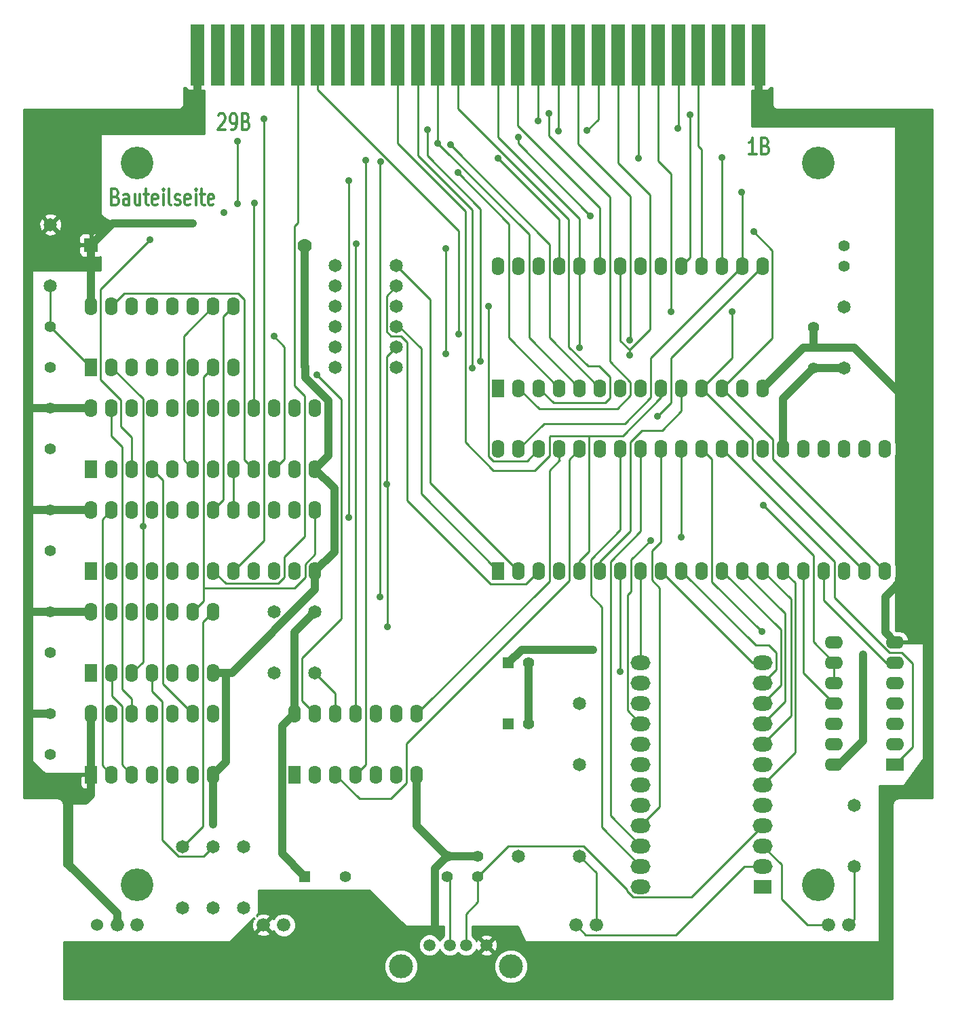
<source format=gtl>
G04 (created by PCBNEW-RS274X (2011-12-28 BZR 3254)-stable) date 23.01.2012 18:01:50*
G01*
G70*
G90*
%MOIN*%
G04 Gerber Fmt 3.4, Leading zero omitted, Abs format*
%FSLAX34Y34*%
G04 APERTURE LIST*
%ADD10C,0.006000*%
%ADD11C,0.012000*%
%ADD12R,0.062000X0.090000*%
%ADD13O,0.062000X0.090000*%
%ADD14R,0.090000X0.062000*%
%ADD15O,0.090000X0.062000*%
%ADD16C,0.055000*%
%ADD17R,0.070000X0.300000*%
%ADD18C,0.066000*%
%ADD19C,0.060000*%
%ADD20C,0.065000*%
%ADD21R,0.055000X0.055000*%
%ADD22C,0.059100*%
%ADD23C,0.118100*%
%ADD24C,0.160000*%
%ADD25C,0.070000*%
%ADD26R,0.070000X0.070000*%
%ADD27R,0.090000X0.070900*%
%ADD28O,0.098400X0.070900*%
%ADD29C,0.035000*%
%ADD30C,0.039400*%
%ADD31C,0.010000*%
G04 APERTURE END LIST*
G54D10*
G54D11*
X41746Y-18875D02*
X41832Y-18913D01*
X41860Y-18951D01*
X41889Y-19027D01*
X41889Y-19141D01*
X41860Y-19218D01*
X41832Y-19256D01*
X41774Y-19294D01*
X41546Y-19294D01*
X41546Y-18494D01*
X41746Y-18494D01*
X41803Y-18532D01*
X41832Y-18570D01*
X41860Y-18646D01*
X41860Y-18722D01*
X41832Y-18799D01*
X41803Y-18837D01*
X41746Y-18875D01*
X41546Y-18875D01*
X42403Y-19294D02*
X42403Y-18875D01*
X42374Y-18799D01*
X42317Y-18760D01*
X42203Y-18760D01*
X42146Y-18799D01*
X42403Y-19256D02*
X42346Y-19294D01*
X42203Y-19294D01*
X42146Y-19256D01*
X42117Y-19180D01*
X42117Y-19103D01*
X42146Y-19027D01*
X42203Y-18989D01*
X42346Y-18989D01*
X42403Y-18951D01*
X42946Y-18760D02*
X42946Y-19294D01*
X42689Y-18760D02*
X42689Y-19180D01*
X42717Y-19256D01*
X42775Y-19294D01*
X42860Y-19294D01*
X42917Y-19256D01*
X42946Y-19218D01*
X43146Y-18760D02*
X43375Y-18760D01*
X43232Y-18494D02*
X43232Y-19180D01*
X43260Y-19256D01*
X43318Y-19294D01*
X43375Y-19294D01*
X43803Y-19256D02*
X43746Y-19294D01*
X43632Y-19294D01*
X43575Y-19256D01*
X43546Y-19180D01*
X43546Y-18875D01*
X43575Y-18799D01*
X43632Y-18760D01*
X43746Y-18760D01*
X43803Y-18799D01*
X43832Y-18875D01*
X43832Y-18951D01*
X43546Y-19027D01*
X44089Y-19294D02*
X44089Y-18760D01*
X44089Y-18494D02*
X44060Y-18532D01*
X44089Y-18570D01*
X44117Y-18532D01*
X44089Y-18494D01*
X44089Y-18570D01*
X44461Y-19294D02*
X44403Y-19256D01*
X44375Y-19180D01*
X44375Y-18494D01*
X44660Y-19256D02*
X44717Y-19294D01*
X44832Y-19294D01*
X44889Y-19256D01*
X44917Y-19180D01*
X44917Y-19141D01*
X44889Y-19065D01*
X44832Y-19027D01*
X44746Y-19027D01*
X44689Y-18989D01*
X44660Y-18913D01*
X44660Y-18875D01*
X44689Y-18799D01*
X44746Y-18760D01*
X44832Y-18760D01*
X44889Y-18799D01*
X45403Y-19256D02*
X45346Y-19294D01*
X45232Y-19294D01*
X45175Y-19256D01*
X45146Y-19180D01*
X45146Y-18875D01*
X45175Y-18799D01*
X45232Y-18760D01*
X45346Y-18760D01*
X45403Y-18799D01*
X45432Y-18875D01*
X45432Y-18951D01*
X45146Y-19027D01*
X45689Y-19294D02*
X45689Y-18760D01*
X45689Y-18494D02*
X45660Y-18532D01*
X45689Y-18570D01*
X45717Y-18532D01*
X45689Y-18494D01*
X45689Y-18570D01*
X45889Y-18760D02*
X46118Y-18760D01*
X45975Y-18494D02*
X45975Y-19180D01*
X46003Y-19256D01*
X46061Y-19294D01*
X46118Y-19294D01*
X46546Y-19256D02*
X46489Y-19294D01*
X46375Y-19294D01*
X46318Y-19256D01*
X46289Y-19180D01*
X46289Y-18875D01*
X46318Y-18799D01*
X46375Y-18760D01*
X46489Y-18760D01*
X46546Y-18799D01*
X46575Y-18875D01*
X46575Y-18951D01*
X46289Y-19027D01*
X73218Y-16794D02*
X72875Y-16794D01*
X73047Y-16794D02*
X73047Y-15994D01*
X72990Y-16108D01*
X72932Y-16184D01*
X72875Y-16222D01*
X73675Y-16375D02*
X73761Y-16413D01*
X73789Y-16451D01*
X73818Y-16527D01*
X73818Y-16641D01*
X73789Y-16718D01*
X73761Y-16756D01*
X73703Y-16794D01*
X73475Y-16794D01*
X73475Y-15994D01*
X73675Y-15994D01*
X73732Y-16032D01*
X73761Y-16070D01*
X73789Y-16146D01*
X73789Y-16222D01*
X73761Y-16299D01*
X73732Y-16337D01*
X73675Y-16375D01*
X73475Y-16375D01*
X46789Y-14870D02*
X46818Y-14832D01*
X46875Y-14794D01*
X47018Y-14794D01*
X47075Y-14832D01*
X47104Y-14870D01*
X47132Y-14946D01*
X47132Y-15022D01*
X47104Y-15137D01*
X46761Y-15594D01*
X47132Y-15594D01*
X47417Y-15594D02*
X47532Y-15594D01*
X47589Y-15556D01*
X47617Y-15518D01*
X47675Y-15403D01*
X47703Y-15251D01*
X47703Y-14946D01*
X47675Y-14870D01*
X47646Y-14832D01*
X47589Y-14794D01*
X47475Y-14794D01*
X47417Y-14832D01*
X47389Y-14870D01*
X47360Y-14946D01*
X47360Y-15137D01*
X47389Y-15213D01*
X47417Y-15251D01*
X47475Y-15289D01*
X47589Y-15289D01*
X47646Y-15251D01*
X47675Y-15213D01*
X47703Y-15137D01*
X48160Y-15175D02*
X48246Y-15213D01*
X48274Y-15251D01*
X48303Y-15327D01*
X48303Y-15441D01*
X48274Y-15518D01*
X48246Y-15556D01*
X48188Y-15594D01*
X47960Y-15594D01*
X47960Y-14794D01*
X48160Y-14794D01*
X48217Y-14832D01*
X48246Y-14870D01*
X48274Y-14946D01*
X48274Y-15022D01*
X48246Y-15099D01*
X48217Y-15137D01*
X48160Y-15175D01*
X47960Y-15175D01*
G54D12*
X60546Y-37239D03*
G54D13*
X61546Y-37239D03*
X62546Y-37239D03*
X63546Y-37239D03*
X64546Y-37239D03*
X65546Y-37239D03*
X66546Y-37239D03*
X67546Y-37239D03*
X68546Y-37239D03*
X69546Y-37239D03*
X70546Y-37239D03*
X71546Y-37239D03*
X72546Y-37239D03*
X73546Y-37239D03*
X74546Y-37239D03*
X75546Y-37239D03*
X76546Y-37239D03*
X77546Y-37239D03*
X78546Y-37239D03*
X79546Y-37239D03*
X79546Y-31239D03*
X78546Y-31239D03*
X77546Y-31239D03*
X76546Y-31239D03*
X75546Y-31239D03*
X74546Y-31239D03*
X73546Y-31239D03*
X72546Y-31239D03*
X71546Y-31239D03*
X70546Y-31239D03*
X69546Y-31239D03*
X68546Y-31239D03*
X67546Y-31239D03*
X66546Y-31239D03*
X65546Y-31239D03*
X64546Y-31239D03*
X63546Y-31239D03*
X62546Y-31239D03*
X61546Y-31239D03*
X60546Y-31239D03*
G54D12*
X60546Y-28270D03*
G54D13*
X61546Y-28270D03*
X62546Y-28270D03*
X63546Y-28270D03*
X64546Y-28270D03*
X65546Y-28270D03*
X66546Y-28270D03*
X67546Y-28270D03*
X68546Y-28270D03*
X69546Y-28270D03*
X70546Y-28270D03*
X71546Y-28270D03*
X72546Y-28270D03*
X73546Y-28270D03*
X73546Y-22270D03*
X72546Y-22270D03*
X71546Y-22270D03*
X70546Y-22270D03*
X69546Y-22270D03*
X68546Y-22270D03*
X67546Y-22270D03*
X66546Y-22270D03*
X65546Y-22270D03*
X64546Y-22270D03*
X63546Y-22270D03*
X62546Y-22270D03*
X61546Y-22270D03*
X60546Y-22270D03*
G54D12*
X40546Y-37239D03*
G54D13*
X41546Y-37239D03*
X42546Y-37239D03*
X43546Y-37239D03*
X44546Y-37239D03*
X45546Y-37239D03*
X46546Y-37239D03*
X47546Y-37239D03*
X48546Y-37239D03*
X49546Y-37239D03*
X50546Y-37239D03*
X51546Y-37239D03*
X51546Y-34239D03*
X50546Y-34239D03*
X49546Y-34239D03*
X48546Y-34239D03*
X47546Y-34239D03*
X46546Y-34239D03*
X45546Y-34239D03*
X44546Y-34239D03*
X43546Y-34239D03*
X42546Y-34239D03*
X41546Y-34239D03*
X40546Y-34239D03*
G54D12*
X40546Y-32239D03*
G54D13*
X41546Y-32239D03*
X42546Y-32239D03*
X43546Y-32239D03*
X44546Y-32239D03*
X45546Y-32239D03*
X46546Y-32239D03*
X47546Y-32239D03*
X48546Y-32239D03*
X49546Y-32239D03*
X50546Y-32239D03*
X51546Y-32239D03*
X51546Y-29239D03*
X50546Y-29239D03*
X49546Y-29239D03*
X48546Y-29239D03*
X47546Y-29239D03*
X46546Y-29239D03*
X45546Y-29239D03*
X44546Y-29239D03*
X43546Y-29239D03*
X42546Y-29239D03*
X41546Y-29239D03*
X40546Y-29239D03*
G54D14*
X80046Y-46739D03*
G54D15*
X80046Y-45739D03*
X80046Y-44739D03*
X80046Y-43739D03*
X80046Y-42739D03*
X80046Y-41739D03*
X80046Y-40739D03*
X77046Y-40739D03*
X77046Y-41739D03*
X77046Y-42739D03*
X77046Y-43739D03*
X77046Y-44739D03*
X77046Y-45739D03*
X77046Y-46739D03*
G54D12*
X40546Y-42239D03*
G54D13*
X41546Y-42239D03*
X42546Y-42239D03*
X43546Y-42239D03*
X44546Y-42239D03*
X45546Y-42239D03*
X46546Y-42239D03*
X46546Y-39239D03*
X45546Y-39239D03*
X44546Y-39239D03*
X43546Y-39239D03*
X42546Y-39239D03*
X41546Y-39239D03*
X40546Y-39239D03*
G54D12*
X40546Y-47239D03*
G54D13*
X41546Y-47239D03*
X42546Y-47239D03*
X43546Y-47239D03*
X44546Y-47239D03*
X45546Y-47239D03*
X46546Y-47239D03*
X46546Y-44239D03*
X45546Y-44239D03*
X44546Y-44239D03*
X43546Y-44239D03*
X42546Y-44239D03*
X41546Y-44239D03*
X40546Y-44239D03*
G54D16*
X38546Y-39239D03*
X38546Y-41239D03*
X38546Y-44239D03*
X38546Y-46239D03*
X38546Y-34239D03*
X38546Y-36239D03*
X38546Y-29239D03*
X38546Y-31239D03*
X38546Y-25239D03*
X38546Y-27239D03*
G54D17*
X45766Y-11909D03*
X46751Y-11909D03*
X47735Y-11909D03*
X48719Y-11909D03*
X49703Y-11909D03*
X50688Y-11909D03*
X51672Y-11909D03*
X52656Y-11909D03*
X53640Y-11909D03*
X54625Y-11909D03*
X55609Y-11909D03*
X56593Y-11909D03*
X57577Y-11909D03*
X58562Y-11909D03*
X59546Y-11909D03*
X60530Y-11909D03*
X61514Y-11909D03*
X62499Y-11909D03*
X63483Y-11909D03*
X64467Y-11909D03*
X65451Y-11909D03*
X66436Y-11909D03*
X67420Y-11909D03*
X68404Y-11909D03*
X69388Y-11909D03*
X70373Y-11909D03*
X71357Y-11909D03*
X72341Y-11909D03*
X73325Y-11909D03*
G54D12*
X40546Y-27239D03*
G54D13*
X41546Y-27239D03*
X42546Y-27239D03*
X43546Y-27239D03*
X44546Y-27239D03*
X45546Y-27239D03*
X46546Y-27239D03*
X47546Y-27239D03*
X47546Y-24239D03*
X46546Y-24239D03*
X45546Y-24239D03*
X44546Y-24239D03*
X43546Y-24239D03*
X42546Y-24239D03*
X41546Y-24239D03*
X40546Y-24239D03*
G54D18*
X65361Y-54625D03*
X64361Y-54625D03*
X77762Y-54625D03*
X76762Y-54625D03*
X42813Y-54625D03*
X41829Y-54625D03*
G54D19*
X40845Y-54625D03*
G54D16*
X59546Y-52239D03*
X59546Y-51239D03*
X58046Y-52239D03*
X58046Y-51239D03*
G54D20*
X52546Y-27239D03*
X55546Y-27239D03*
X52546Y-26239D03*
X55546Y-26239D03*
X52546Y-25239D03*
X55546Y-25239D03*
X52546Y-24239D03*
X55546Y-24239D03*
X52546Y-23239D03*
X55546Y-23239D03*
X52546Y-22239D03*
X55546Y-22239D03*
G54D16*
X77546Y-21270D03*
X77546Y-22270D03*
G54D12*
X50546Y-47239D03*
G54D13*
X51546Y-47239D03*
X52546Y-47239D03*
X53546Y-47239D03*
X54546Y-47239D03*
X55546Y-47239D03*
X56546Y-47239D03*
X56546Y-44239D03*
X55546Y-44239D03*
X54546Y-44239D03*
X53546Y-44239D03*
X52546Y-44239D03*
X51546Y-44239D03*
X50546Y-44239D03*
G54D20*
X77546Y-27270D03*
X77546Y-24270D03*
X51546Y-39239D03*
X51546Y-42239D03*
X49546Y-39239D03*
X49546Y-42239D03*
X38546Y-23239D03*
X38546Y-20239D03*
X78046Y-48739D03*
X78046Y-51739D03*
X64546Y-46739D03*
X64546Y-43739D03*
G54D21*
X51046Y-52239D03*
G54D16*
X53046Y-52239D03*
G54D20*
X61546Y-51239D03*
X64546Y-51239D03*
X46546Y-50770D03*
X46546Y-53770D03*
X45046Y-50770D03*
X45046Y-53770D03*
G54D22*
X59962Y-55609D03*
X58962Y-55609D03*
X58162Y-55609D03*
X57162Y-55609D03*
G54D23*
X61162Y-56659D03*
X55762Y-56659D03*
G54D24*
X76278Y-52656D03*
X42814Y-52656D03*
X76278Y-17223D03*
X42814Y-17223D03*
G54D21*
X61046Y-44739D03*
G54D16*
X62046Y-44739D03*
G54D21*
X61046Y-41739D03*
G54D16*
X62046Y-41739D03*
G54D25*
X51046Y-21270D03*
G54D26*
X40546Y-21239D03*
G54D27*
X73546Y-52739D03*
G54D28*
X73546Y-51739D03*
X73546Y-50739D03*
X73546Y-49739D03*
X73546Y-48739D03*
X73546Y-47739D03*
X73546Y-46739D03*
X73546Y-45739D03*
X73546Y-44739D03*
X73546Y-43739D03*
X73546Y-42739D03*
X73546Y-41739D03*
X67546Y-41739D03*
X67546Y-42739D03*
X67546Y-43739D03*
X67546Y-44739D03*
X67546Y-45739D03*
X67546Y-46739D03*
X67546Y-47739D03*
X67546Y-48739D03*
X67546Y-49739D03*
X67546Y-50739D03*
X67546Y-51739D03*
X67546Y-52739D03*
G54D20*
X48046Y-50770D03*
X48046Y-53770D03*
G54D18*
X50007Y-54624D03*
X49007Y-54624D03*
G54D16*
X76046Y-27270D03*
X76046Y-25270D03*
G54D29*
X45767Y-13729D03*
X78469Y-41345D03*
X65208Y-41102D03*
X45527Y-20195D03*
X58597Y-25616D03*
X64899Y-15631D03*
X47066Y-19644D03*
X49034Y-15050D03*
X57974Y-26583D03*
X57973Y-21404D03*
X66996Y-26654D03*
X54036Y-17094D03*
X54748Y-17157D03*
X54719Y-38525D03*
X65080Y-19813D03*
X61518Y-15953D03*
X63019Y-14775D03*
X62502Y-15138D03*
X63503Y-15643D03*
X43444Y-20995D03*
X59678Y-26964D03*
X57061Y-15582D03*
X59262Y-27298D03*
X58186Y-16330D03*
X57578Y-16246D03*
X58550Y-17688D03*
X60543Y-16993D03*
X53190Y-18079D03*
X53193Y-34622D03*
X64527Y-26275D03*
X67417Y-16990D03*
X72020Y-24517D03*
X55088Y-39982D03*
X55074Y-32999D03*
X73093Y-20598D03*
X69024Y-24528D03*
X68356Y-29639D03*
X69380Y-15513D03*
X72505Y-18638D03*
X71545Y-16939D03*
X60048Y-24240D03*
X69966Y-14846D03*
X69529Y-35590D03*
X66991Y-25928D03*
X48559Y-19180D03*
X47743Y-16146D03*
X47736Y-19224D03*
X73552Y-34003D03*
X49531Y-25731D03*
X43087Y-35055D03*
X68017Y-35760D03*
X73492Y-40220D03*
X51640Y-27610D03*
X79430Y-47961D03*
X73325Y-13690D03*
X79557Y-38504D03*
X46546Y-49670D03*
X51054Y-27219D03*
X66545Y-42197D03*
X53554Y-21180D03*
G54D30*
X77308Y-46739D02*
X78469Y-45578D01*
X40546Y-44239D02*
X40546Y-47239D01*
X77546Y-27270D02*
X76046Y-27270D01*
X38546Y-44239D02*
X37546Y-44239D01*
X50546Y-40239D02*
X50546Y-44239D01*
X51546Y-39239D02*
X50546Y-40239D01*
X78469Y-45578D02*
X78469Y-41345D01*
X39467Y-51672D02*
X41829Y-54034D01*
X74546Y-28770D02*
X76046Y-27270D01*
X45766Y-11909D02*
X45766Y-13728D01*
X45766Y-13728D02*
X45767Y-13729D01*
X50546Y-44239D02*
X49935Y-44850D01*
X49935Y-44850D02*
X49935Y-51128D01*
X49935Y-51128D02*
X51046Y-52239D01*
X77046Y-46739D02*
X77308Y-46739D01*
X41829Y-54034D02*
X41829Y-54625D01*
X39467Y-48522D02*
X39467Y-51672D01*
X40263Y-48522D02*
X39467Y-48522D01*
X40546Y-47239D02*
X40546Y-48239D01*
X40546Y-48239D02*
X40263Y-48522D01*
X74546Y-31239D02*
X74546Y-28770D01*
X38546Y-39239D02*
X37546Y-39239D01*
X41590Y-20195D02*
X45527Y-20195D01*
X40546Y-21239D02*
X41590Y-20195D01*
X61683Y-41102D02*
X65208Y-41102D01*
X61046Y-41739D02*
X61683Y-41102D01*
X40546Y-24239D02*
X40546Y-21239D01*
X40546Y-39239D02*
X38546Y-39239D01*
X40546Y-34239D02*
X38546Y-34239D01*
X40546Y-29239D02*
X38546Y-29239D01*
X38546Y-34239D02*
X37546Y-34239D01*
X38546Y-29239D02*
X37546Y-29239D01*
G54D31*
X58597Y-20542D02*
X58597Y-25616D01*
X51672Y-13617D02*
X58597Y-20542D01*
X51672Y-11909D02*
X51672Y-13617D01*
X65451Y-15079D02*
X64899Y-15631D01*
X65451Y-11909D02*
X65451Y-15079D01*
X49034Y-35751D02*
X49034Y-15050D01*
X47546Y-37239D02*
X49034Y-35751D01*
X57974Y-21404D02*
X57973Y-21404D01*
X57974Y-26583D02*
X57974Y-21404D01*
X66436Y-17225D02*
X66436Y-11909D01*
X68009Y-18798D02*
X66436Y-17225D01*
X68009Y-25380D02*
X68009Y-18798D01*
X67005Y-26384D02*
X68009Y-25380D01*
X66996Y-26384D02*
X67005Y-26384D01*
X66983Y-26384D02*
X66996Y-26384D01*
X66546Y-25947D02*
X66983Y-26384D01*
X66546Y-22270D02*
X66546Y-25947D01*
X66996Y-26384D02*
X66996Y-26654D01*
X54036Y-46749D02*
X54036Y-17094D01*
X53546Y-47239D02*
X54036Y-46749D01*
X67613Y-30358D02*
X68586Y-30358D01*
X68586Y-30358D02*
X69546Y-29398D01*
X69546Y-29398D02*
X69546Y-28270D01*
X54748Y-17157D02*
X54719Y-17186D01*
X54719Y-17186D02*
X54719Y-38525D01*
X65546Y-37239D02*
X65546Y-36781D01*
X65546Y-36781D02*
X67042Y-35285D01*
X67042Y-35285D02*
X67042Y-30929D01*
X67042Y-30929D02*
X67613Y-30358D01*
X62343Y-32306D02*
X63079Y-31570D01*
X63079Y-31570D02*
X63079Y-30637D01*
X58933Y-19579D02*
X58933Y-30928D01*
X60311Y-32306D02*
X62343Y-32306D01*
X58933Y-30928D02*
X60311Y-32306D01*
X63107Y-30609D02*
X65012Y-30609D01*
X65012Y-30609D02*
X66668Y-30609D01*
X66668Y-30609D02*
X68546Y-28731D01*
X68546Y-28731D02*
X68546Y-28270D01*
X55609Y-11909D02*
X55609Y-16255D01*
X65012Y-30609D02*
X65012Y-36298D01*
X65012Y-36298D02*
X64546Y-36764D01*
X64546Y-36764D02*
X64546Y-37239D01*
X63079Y-30637D02*
X63107Y-30609D01*
X55609Y-16255D02*
X58933Y-19579D01*
X61518Y-16251D02*
X61518Y-15953D01*
X65080Y-19813D02*
X61518Y-16251D01*
X61514Y-15371D02*
X61514Y-11909D01*
X65546Y-19403D02*
X61514Y-15371D01*
X65546Y-22270D02*
X65546Y-19403D01*
X67043Y-28623D02*
X66390Y-29276D01*
X66390Y-29276D02*
X62552Y-29276D01*
X62552Y-29276D02*
X61546Y-28270D01*
X63019Y-14775D02*
X63019Y-15883D01*
X67043Y-27973D02*
X67043Y-28623D01*
X66015Y-26945D02*
X67043Y-27973D01*
X63019Y-15883D02*
X66015Y-18879D01*
X66015Y-18879D02*
X66015Y-26945D01*
X62499Y-11909D02*
X62499Y-15135D01*
X62499Y-15135D02*
X62502Y-15138D01*
X63483Y-15623D02*
X63503Y-15643D01*
X41010Y-23429D02*
X43444Y-20995D01*
X41010Y-27843D02*
X41010Y-23429D01*
X63483Y-11909D02*
X63483Y-15623D01*
X42010Y-28843D02*
X41010Y-27843D01*
X42546Y-32239D02*
X42546Y-30695D01*
X42546Y-30695D02*
X42010Y-30159D01*
X42010Y-30159D02*
X42010Y-28843D01*
X59678Y-19482D02*
X59678Y-26964D01*
X57061Y-16865D02*
X59678Y-19482D01*
X57061Y-15582D02*
X57061Y-16865D01*
X59262Y-19518D02*
X59262Y-27298D01*
X56593Y-11909D02*
X56593Y-16849D01*
X56593Y-16849D02*
X59262Y-19518D01*
X63066Y-21210D02*
X58186Y-16330D01*
X63066Y-25790D02*
X63066Y-21210D01*
X65546Y-28270D02*
X63066Y-25790D01*
X57577Y-11909D02*
X57577Y-16245D01*
X62054Y-20722D02*
X57578Y-16246D01*
X62054Y-25778D02*
X62054Y-20722D01*
X64546Y-28270D02*
X62054Y-25778D01*
X57577Y-16245D02*
X57578Y-16246D01*
X63547Y-28271D02*
X63560Y-28271D01*
X63547Y-28271D02*
X63546Y-28270D01*
X63545Y-28271D02*
X63547Y-28271D01*
X63545Y-28270D02*
X63545Y-28271D01*
X63312Y-28037D02*
X63545Y-28270D01*
X61063Y-20201D02*
X58550Y-17688D01*
X61063Y-25787D02*
X61063Y-20201D01*
X63546Y-28270D02*
X61063Y-25787D01*
X58562Y-14534D02*
X58562Y-11909D01*
X64014Y-19986D02*
X58562Y-14534D01*
X64014Y-26247D02*
X64014Y-19986D01*
X64965Y-27198D02*
X64014Y-26247D01*
X65510Y-27198D02*
X64965Y-27198D01*
X66018Y-28765D02*
X66018Y-27706D01*
X66018Y-27706D02*
X65510Y-27198D01*
X65806Y-28977D02*
X66018Y-28765D01*
X63253Y-28977D02*
X65806Y-28977D01*
X62546Y-28270D02*
X63253Y-28977D01*
X53190Y-34619D02*
X53193Y-34622D01*
X53190Y-18079D02*
X53190Y-34619D01*
X63546Y-19996D02*
X60543Y-16993D01*
X63546Y-22270D02*
X63546Y-19996D01*
X60530Y-11909D02*
X60530Y-15943D01*
X64546Y-19959D02*
X64546Y-22270D01*
X60530Y-15943D02*
X64546Y-19959D01*
X64546Y-22270D02*
X64546Y-26256D01*
X64546Y-26256D02*
X64527Y-26275D01*
X70546Y-28270D02*
X73046Y-30770D01*
X73046Y-31739D02*
X78546Y-37239D01*
X73046Y-30770D02*
X73046Y-31739D01*
X72020Y-26796D02*
X72020Y-24517D01*
X70546Y-28270D02*
X72020Y-26796D01*
X67420Y-16987D02*
X67417Y-16990D01*
X67420Y-11909D02*
X67420Y-16987D01*
X74046Y-30770D02*
X74046Y-31739D01*
X74046Y-31739D02*
X79546Y-37239D01*
X55546Y-26239D02*
X55058Y-26727D01*
X71546Y-28270D02*
X74046Y-30770D01*
X55058Y-32983D02*
X55074Y-32999D01*
X74010Y-25806D02*
X74010Y-21515D01*
X55088Y-39982D02*
X55088Y-33013D01*
X74010Y-21515D02*
X73093Y-20598D01*
X55088Y-33013D02*
X55074Y-32999D01*
X71546Y-28270D02*
X74010Y-25806D01*
X55058Y-26727D02*
X55058Y-32983D01*
X69024Y-17739D02*
X69024Y-24528D01*
X55668Y-25239D02*
X55546Y-25239D01*
X56754Y-26325D02*
X55668Y-25239D01*
X56754Y-33447D02*
X56754Y-26325D01*
X60546Y-37239D02*
X56754Y-33447D01*
X68404Y-11909D02*
X68404Y-17119D01*
X68404Y-17119D02*
X69024Y-17739D01*
X69025Y-26791D02*
X69025Y-28970D01*
X73546Y-22270D02*
X69025Y-26791D01*
X69025Y-28970D02*
X68356Y-29639D01*
X61546Y-31239D02*
X62784Y-30001D01*
X69388Y-15505D02*
X69380Y-15513D01*
X69388Y-11909D02*
X69388Y-15505D01*
X68046Y-28730D02*
X68046Y-26770D01*
X66775Y-30001D02*
X68046Y-28730D01*
X62784Y-30001D02*
X66775Y-30001D01*
X72546Y-18679D02*
X72505Y-18638D01*
X72546Y-22270D02*
X72546Y-18679D01*
X68046Y-26770D02*
X72546Y-22270D01*
X60048Y-31607D02*
X60048Y-24240D01*
X62546Y-31239D02*
X61949Y-31836D01*
X71546Y-22270D02*
X71546Y-16940D01*
X71546Y-16940D02*
X71545Y-16939D01*
X60285Y-31844D02*
X60048Y-31607D01*
X61934Y-31836D02*
X61926Y-31844D01*
X61926Y-31844D02*
X60285Y-31844D01*
X61949Y-31836D02*
X61934Y-31836D01*
X70373Y-16383D02*
X70373Y-11909D01*
X55051Y-23734D02*
X55546Y-23239D01*
X55273Y-25717D02*
X55051Y-25495D01*
X55767Y-25717D02*
X55273Y-25717D01*
X56064Y-26014D02*
X55767Y-25717D01*
X56064Y-33776D02*
X56064Y-26014D01*
X60178Y-37890D02*
X56064Y-33776D01*
X61895Y-37890D02*
X60178Y-37890D01*
X62546Y-37239D02*
X61895Y-37890D01*
X70546Y-16556D02*
X70373Y-16383D01*
X70546Y-22270D02*
X70546Y-16556D01*
X70373Y-16383D02*
X70367Y-16383D01*
X55051Y-25495D02*
X55051Y-23734D01*
X55546Y-22239D02*
X57209Y-23902D01*
X69966Y-21850D02*
X69966Y-14846D01*
X69546Y-22270D02*
X69966Y-21850D01*
X57209Y-32902D02*
X61546Y-37239D01*
X57209Y-23902D02*
X57209Y-32902D01*
X68546Y-35802D02*
X68546Y-31239D01*
X68082Y-36266D02*
X68546Y-35802D01*
X68082Y-37683D02*
X68082Y-36266D01*
X68476Y-38077D02*
X68082Y-37683D01*
X68476Y-48809D02*
X68476Y-38077D01*
X67546Y-49739D02*
X68476Y-48809D01*
X69546Y-31239D02*
X69546Y-35573D01*
X69546Y-35573D02*
X69529Y-35590D01*
X67017Y-25902D02*
X66991Y-25928D01*
X67017Y-18839D02*
X67017Y-25902D01*
X64467Y-16289D02*
X67017Y-18839D01*
X64467Y-11909D02*
X64467Y-16289D01*
X48546Y-19193D02*
X48559Y-19180D01*
X48546Y-29239D02*
X48546Y-19193D01*
X41083Y-34702D02*
X41546Y-34239D01*
X41546Y-47239D02*
X41083Y-46776D01*
X41083Y-46776D02*
X41083Y-34702D01*
X53729Y-48422D02*
X52546Y-47239D01*
X55254Y-48422D02*
X53729Y-48422D01*
X56018Y-47658D02*
X55254Y-48422D01*
X56018Y-45715D02*
X56018Y-47658D01*
X64018Y-37715D02*
X56018Y-45715D01*
X64018Y-31767D02*
X64018Y-37715D01*
X64546Y-31239D02*
X64018Y-31767D01*
X63546Y-31814D02*
X63546Y-31239D01*
X63546Y-31814D02*
X63549Y-31814D01*
X63051Y-32309D02*
X63546Y-31814D01*
X56546Y-44239D02*
X63051Y-37734D01*
X63051Y-37734D02*
X63051Y-32309D01*
X47155Y-37848D02*
X46546Y-37239D01*
X49731Y-37848D02*
X47155Y-37848D01*
X50025Y-37554D02*
X49731Y-37848D01*
X50025Y-36556D02*
X50025Y-37554D01*
X51046Y-35535D02*
X50025Y-36556D01*
X51046Y-28662D02*
X51046Y-35535D01*
X50537Y-28153D02*
X51046Y-28662D01*
X50537Y-20306D02*
X50537Y-28153D01*
X50688Y-20155D02*
X50537Y-20306D01*
X50688Y-11909D02*
X50688Y-20155D01*
X47736Y-16153D02*
X47743Y-16146D01*
X47736Y-19224D02*
X47736Y-16153D01*
X47546Y-32239D02*
X47546Y-34239D01*
X47046Y-33739D02*
X46546Y-34239D01*
X47046Y-24739D02*
X47046Y-33739D01*
X47546Y-24239D02*
X47046Y-24739D01*
X41546Y-30620D02*
X41546Y-29239D01*
X42071Y-31145D02*
X41546Y-30620D01*
X42071Y-43041D02*
X42071Y-31145D01*
X42546Y-43516D02*
X42071Y-43041D01*
X42546Y-44239D02*
X42546Y-43516D01*
X66546Y-35224D02*
X66546Y-31239D01*
X65083Y-36687D02*
X66546Y-35224D01*
X65083Y-38453D02*
X65083Y-36687D01*
X65631Y-39001D02*
X65083Y-38453D01*
X65631Y-49824D02*
X65631Y-39001D01*
X67546Y-51739D02*
X65631Y-49824D01*
X80903Y-45882D02*
X80046Y-46739D01*
X80903Y-41797D02*
X80903Y-45882D01*
X79777Y-41266D02*
X80372Y-41266D01*
X77074Y-38563D02*
X79777Y-41266D01*
X77074Y-36767D02*
X77074Y-38563D01*
X71546Y-31239D02*
X77074Y-36767D01*
X80372Y-41266D02*
X80903Y-41797D01*
X77046Y-42739D02*
X77046Y-41739D01*
X76018Y-40711D02*
X76018Y-36469D01*
X77046Y-41739D02*
X76018Y-40711D01*
X76018Y-36469D02*
X73552Y-34003D01*
X67546Y-35297D02*
X67546Y-31239D01*
X66073Y-36770D02*
X67546Y-35297D01*
X66073Y-49266D02*
X66073Y-36770D01*
X67546Y-50739D02*
X66073Y-49266D01*
X45082Y-25703D02*
X46546Y-24239D01*
X45082Y-31775D02*
X45082Y-25703D01*
X45546Y-32239D02*
X45082Y-31775D01*
X50046Y-26246D02*
X49531Y-25731D01*
X50046Y-31739D02*
X50046Y-26246D01*
X49546Y-32239D02*
X50046Y-31739D01*
X48078Y-23929D02*
X47758Y-23609D01*
X48078Y-31771D02*
X48078Y-23929D01*
X47758Y-23609D02*
X42176Y-23609D01*
X48546Y-32239D02*
X48078Y-31771D01*
X42176Y-23609D02*
X41546Y-24239D01*
X46081Y-38704D02*
X46081Y-38071D01*
X45546Y-39239D02*
X46081Y-38704D01*
X46081Y-27704D02*
X46546Y-27239D01*
X46081Y-38071D02*
X46081Y-27704D01*
X50545Y-38071D02*
X46081Y-38071D01*
X51054Y-37562D02*
X50545Y-38071D01*
X51054Y-36905D02*
X51054Y-37562D01*
X51546Y-36413D02*
X51054Y-36905D01*
X51546Y-34239D02*
X51546Y-36413D01*
X43083Y-28776D02*
X41546Y-27239D01*
X43083Y-35055D02*
X43083Y-28776D01*
X42546Y-42239D02*
X43083Y-41702D01*
X43083Y-41702D02*
X43083Y-35055D01*
X43083Y-35055D02*
X43087Y-35055D01*
X67080Y-36697D02*
X68017Y-35760D01*
X67546Y-44739D02*
X66900Y-44093D01*
X66900Y-44093D02*
X66900Y-38431D01*
X66900Y-38431D02*
X67080Y-38251D01*
X67080Y-38251D02*
X67080Y-36697D01*
X71046Y-31739D02*
X70546Y-31239D01*
X71046Y-37774D02*
X71046Y-31739D01*
X73492Y-40220D02*
X71046Y-37774D01*
X52833Y-39578D02*
X52833Y-28803D01*
X52833Y-28803D02*
X51640Y-27610D01*
X50908Y-41503D02*
X52833Y-39578D01*
X50908Y-43601D02*
X50908Y-41503D01*
X51546Y-44239D02*
X50908Y-43601D01*
G54D30*
X76046Y-25270D02*
X76046Y-26270D01*
X47469Y-42239D02*
X47160Y-42239D01*
X46546Y-47239D02*
X46546Y-49670D01*
X51546Y-32239D02*
X52483Y-33176D01*
X73325Y-13690D02*
X73325Y-11909D01*
X57438Y-54918D02*
X57438Y-51847D01*
X56546Y-49739D02*
X56546Y-47239D01*
X58046Y-51239D02*
X56546Y-49739D01*
X58046Y-51239D02*
X59546Y-51239D01*
X52483Y-36302D02*
X51546Y-37239D01*
X52483Y-33176D02*
X52483Y-36302D01*
X62046Y-44739D02*
X62046Y-41739D01*
X57438Y-51847D02*
X58046Y-51239D01*
X51546Y-38162D02*
X47469Y-42239D01*
X51546Y-37239D02*
X51546Y-38162D01*
X47160Y-42239D02*
X46546Y-42239D01*
X47160Y-42239D02*
X47160Y-42242D01*
X47160Y-42242D02*
X47152Y-42242D01*
X51054Y-27741D02*
X51054Y-27219D01*
X79557Y-40250D02*
X79557Y-38504D01*
X80046Y-40739D02*
X79557Y-40250D01*
X47160Y-46625D02*
X46546Y-47239D01*
X47160Y-42242D02*
X47160Y-46625D01*
X80546Y-28769D02*
X80546Y-37515D01*
X51046Y-21270D02*
X51046Y-27211D01*
X73546Y-28270D02*
X75546Y-26270D01*
X75546Y-26270D02*
X76046Y-26270D01*
X52192Y-28879D02*
X51054Y-27741D01*
X52192Y-31593D02*
X52192Y-28879D01*
X51546Y-32239D02*
X52192Y-31593D01*
X80546Y-37515D02*
X79557Y-38504D01*
X51046Y-27211D02*
X51054Y-27219D01*
X76046Y-26270D02*
X78047Y-26270D01*
X78047Y-26270D02*
X80546Y-28769D01*
G54D31*
X76546Y-38678D02*
X76546Y-37239D01*
X79607Y-41739D02*
X76546Y-38678D01*
X80046Y-41739D02*
X79607Y-41739D01*
X75546Y-42239D02*
X75546Y-37239D01*
X77046Y-43739D02*
X75546Y-42239D01*
X74435Y-42850D02*
X73546Y-43739D01*
X74435Y-40128D02*
X74435Y-42850D01*
X71546Y-37239D02*
X74435Y-40128D01*
X74638Y-43647D02*
X73546Y-44739D01*
X74638Y-39331D02*
X74638Y-43647D01*
X72546Y-37239D02*
X74638Y-39331D01*
X74931Y-44354D02*
X73546Y-45739D01*
X74931Y-38624D02*
X74931Y-44354D01*
X73546Y-37239D02*
X74931Y-38624D01*
X75134Y-46151D02*
X73546Y-47739D01*
X75134Y-37827D02*
X75134Y-46151D01*
X74546Y-37239D02*
X75134Y-37827D01*
X46026Y-49790D02*
X45046Y-50770D01*
X46026Y-39759D02*
X46026Y-49790D01*
X46546Y-39239D02*
X46026Y-39759D01*
X43546Y-43166D02*
X43546Y-42239D01*
X44034Y-43654D02*
X43546Y-43166D01*
X44034Y-50451D02*
X44034Y-43654D01*
X44831Y-51248D02*
X44034Y-50451D01*
X46068Y-51248D02*
X44831Y-51248D01*
X46546Y-50770D02*
X46068Y-51248D01*
X73200Y-40893D02*
X69546Y-37239D01*
X74203Y-41257D02*
X73839Y-40893D01*
X73546Y-42739D02*
X74203Y-42082D01*
X74203Y-42082D02*
X74203Y-41257D01*
X73839Y-40893D02*
X73200Y-40893D01*
X67546Y-41739D02*
X67546Y-37239D01*
X66546Y-42196D02*
X66545Y-42197D01*
X66546Y-37239D02*
X66546Y-42196D01*
X41554Y-43375D02*
X41554Y-42247D01*
X42072Y-43893D02*
X41554Y-43375D01*
X41554Y-42247D02*
X41546Y-42239D01*
X42072Y-46765D02*
X42072Y-43893D01*
X42546Y-47239D02*
X42072Y-46765D01*
X44080Y-32773D02*
X43546Y-32239D01*
X44080Y-42773D02*
X44080Y-32773D01*
X45546Y-44239D02*
X44080Y-42773D01*
X73046Y-41739D02*
X68546Y-37239D01*
X73546Y-41739D02*
X73046Y-41739D01*
X74472Y-51665D02*
X73546Y-50739D01*
X74472Y-53359D02*
X74472Y-51665D01*
X75738Y-54625D02*
X74472Y-53359D01*
X76762Y-54625D02*
X75738Y-54625D01*
X65361Y-52054D02*
X65361Y-54625D01*
X64546Y-51239D02*
X65361Y-52054D01*
X78046Y-54341D02*
X77762Y-54625D01*
X78046Y-51739D02*
X78046Y-54341D01*
X72621Y-51739D02*
X73546Y-51739D01*
X69250Y-55110D02*
X72621Y-51739D01*
X64846Y-55110D02*
X69250Y-55110D01*
X64361Y-54625D02*
X64846Y-55110D01*
X58162Y-55609D02*
X58162Y-52355D01*
X58162Y-52355D02*
X58046Y-52239D01*
X59546Y-53489D02*
X59546Y-52239D01*
X58962Y-54073D02*
X59546Y-53489D01*
X58962Y-55609D02*
X58962Y-54073D01*
X61024Y-50761D02*
X59546Y-52239D01*
X64744Y-50761D02*
X61024Y-50761D01*
X66875Y-52892D02*
X64744Y-50761D01*
X66875Y-52947D02*
X66875Y-52892D01*
X67177Y-53249D02*
X66875Y-52947D01*
X70036Y-53249D02*
X67177Y-53249D01*
X73546Y-49739D02*
X70036Y-53249D01*
X53546Y-21188D02*
X53554Y-21180D01*
X53546Y-44239D02*
X53546Y-21188D01*
X51546Y-42239D02*
X52546Y-43239D01*
X52546Y-43239D02*
X52546Y-44239D01*
X40546Y-27239D02*
X38546Y-25239D01*
X38546Y-23239D02*
X38546Y-25239D01*
G54D10*
G36*
X81859Y-48394D02*
X80215Y-48394D01*
X80091Y-48419D01*
X79985Y-48489D01*
X79915Y-48595D01*
X79890Y-48719D01*
X79890Y-58236D01*
X62002Y-58236D01*
X62002Y-56827D01*
X62002Y-56493D01*
X61875Y-56184D01*
X61639Y-55948D01*
X61330Y-55819D01*
X60996Y-55819D01*
X60687Y-55946D01*
X60502Y-56131D01*
X60502Y-55687D01*
X60490Y-55475D01*
X60430Y-55330D01*
X60337Y-55305D01*
X60266Y-55376D01*
X60266Y-55234D01*
X60241Y-55141D01*
X60040Y-55069D01*
X59828Y-55081D01*
X59683Y-55141D01*
X59658Y-55234D01*
X59962Y-55538D01*
X60266Y-55234D01*
X60266Y-55376D01*
X60033Y-55609D01*
X60337Y-55913D01*
X60430Y-55888D01*
X60502Y-55687D01*
X60502Y-56131D01*
X60451Y-56182D01*
X60322Y-56491D01*
X60322Y-56825D01*
X60449Y-57134D01*
X60685Y-57370D01*
X60994Y-57499D01*
X61328Y-57499D01*
X61637Y-57372D01*
X61873Y-57136D01*
X62002Y-56827D01*
X62002Y-58236D01*
X60266Y-58236D01*
X60266Y-55984D01*
X59962Y-55680D01*
X59658Y-55984D01*
X59683Y-56077D01*
X59884Y-56149D01*
X60096Y-56137D01*
X60241Y-56077D01*
X60266Y-55984D01*
X60266Y-58236D01*
X56602Y-58236D01*
X56602Y-56827D01*
X56602Y-56493D01*
X56475Y-56184D01*
X56239Y-55948D01*
X55930Y-55819D01*
X55596Y-55819D01*
X55287Y-55946D01*
X55051Y-56182D01*
X54922Y-56491D01*
X54922Y-56825D01*
X55049Y-57134D01*
X55285Y-57370D01*
X55594Y-57499D01*
X55928Y-57499D01*
X56237Y-57372D01*
X56473Y-57136D01*
X56602Y-56827D01*
X56602Y-58236D01*
X50587Y-58236D01*
X50587Y-54740D01*
X50587Y-54509D01*
X50499Y-54296D01*
X50336Y-54133D01*
X50123Y-54044D01*
X49892Y-54044D01*
X49679Y-54132D01*
X49516Y-54295D01*
X49503Y-54326D01*
X49407Y-54295D01*
X49336Y-54366D01*
X49078Y-54624D01*
X49407Y-54953D01*
X49502Y-54922D01*
X49503Y-54922D01*
X49515Y-54952D01*
X49678Y-55115D01*
X49891Y-55204D01*
X50122Y-55204D01*
X50335Y-55116D01*
X50498Y-54953D01*
X50587Y-54740D01*
X50587Y-58236D01*
X49336Y-58236D01*
X49336Y-55024D01*
X49007Y-54695D01*
X48936Y-54766D01*
X48678Y-55024D01*
X48709Y-55120D01*
X48921Y-55197D01*
X49146Y-55186D01*
X49305Y-55120D01*
X49336Y-55024D01*
X49336Y-58236D01*
X39202Y-58236D01*
X39202Y-55462D01*
X47362Y-55462D01*
X48532Y-54291D01*
X48553Y-54312D01*
X48511Y-54326D01*
X48434Y-54538D01*
X48445Y-54763D01*
X48511Y-54922D01*
X48607Y-54953D01*
X48901Y-54659D01*
X48936Y-54624D01*
X49007Y-54553D01*
X49042Y-54518D01*
X49336Y-54224D01*
X49305Y-54128D01*
X49093Y-54051D01*
X48868Y-54062D01*
X48709Y-54128D01*
X48695Y-54170D01*
X48674Y-54149D01*
X48769Y-54055D01*
X48769Y-52903D01*
X54210Y-52903D01*
X55982Y-54675D01*
X57862Y-54675D01*
X57862Y-55144D01*
X57854Y-55148D01*
X57701Y-55301D01*
X57662Y-55394D01*
X57623Y-55301D01*
X57470Y-55148D01*
X57270Y-55065D01*
X57054Y-55065D01*
X56854Y-55148D01*
X56701Y-55301D01*
X56618Y-55501D01*
X56618Y-55717D01*
X56701Y-55917D01*
X56854Y-56070D01*
X57054Y-56153D01*
X57270Y-56153D01*
X57470Y-56070D01*
X57623Y-55917D01*
X57662Y-55823D01*
X57701Y-55917D01*
X57854Y-56070D01*
X58054Y-56153D01*
X58270Y-56153D01*
X58470Y-56070D01*
X58562Y-55978D01*
X58654Y-56070D01*
X58854Y-56153D01*
X59070Y-56153D01*
X59270Y-56070D01*
X59423Y-55917D01*
X59464Y-55816D01*
X59494Y-55888D01*
X59587Y-55913D01*
X59891Y-55609D01*
X59587Y-55305D01*
X59494Y-55330D01*
X59466Y-55406D01*
X59423Y-55301D01*
X59270Y-55148D01*
X59262Y-55144D01*
X59262Y-54675D01*
X61483Y-54675D01*
X61876Y-55462D01*
X79281Y-55462D01*
X79281Y-47785D01*
X80472Y-47785D01*
X81446Y-46446D01*
X81446Y-40795D01*
X80728Y-40795D01*
X80684Y-40795D01*
X80681Y-40789D01*
X80146Y-40789D01*
X80096Y-40789D01*
X80068Y-40789D01*
X80068Y-40689D01*
X80096Y-40689D01*
X80146Y-40689D01*
X80681Y-40689D01*
X80728Y-40602D01*
X80711Y-40543D01*
X80596Y-40357D01*
X80419Y-40229D01*
X80206Y-40179D01*
X80146Y-40179D01*
X80096Y-40179D01*
X80068Y-40179D01*
X80068Y-37565D01*
X80095Y-37501D01*
X80095Y-37283D01*
X80095Y-36977D01*
X80068Y-36912D01*
X80068Y-31565D01*
X80095Y-31501D01*
X80095Y-31283D01*
X80095Y-30977D01*
X80068Y-30912D01*
X80068Y-15401D01*
X72982Y-15401D01*
X72982Y-13658D01*
X73213Y-13659D01*
X73275Y-13597D01*
X73275Y-13533D01*
X73375Y-13533D01*
X73375Y-13597D01*
X73437Y-13659D01*
X73724Y-13658D01*
X73816Y-13620D01*
X73886Y-13550D01*
X73893Y-13533D01*
X73985Y-13533D01*
X73985Y-14270D01*
X74010Y-14394D01*
X74080Y-14500D01*
X74186Y-14570D01*
X74310Y-14595D01*
X81859Y-14595D01*
X81859Y-16239D01*
X81859Y-48394D01*
X81859Y-48394D01*
G37*
G54D31*
X81859Y-48394D02*
X80215Y-48394D01*
X80091Y-48419D01*
X79985Y-48489D01*
X79915Y-48595D01*
X79890Y-48719D01*
X79890Y-58236D01*
X62002Y-58236D01*
X62002Y-56827D01*
X62002Y-56493D01*
X61875Y-56184D01*
X61639Y-55948D01*
X61330Y-55819D01*
X60996Y-55819D01*
X60687Y-55946D01*
X60502Y-56131D01*
X60502Y-55687D01*
X60490Y-55475D01*
X60430Y-55330D01*
X60337Y-55305D01*
X60266Y-55376D01*
X60266Y-55234D01*
X60241Y-55141D01*
X60040Y-55069D01*
X59828Y-55081D01*
X59683Y-55141D01*
X59658Y-55234D01*
X59962Y-55538D01*
X60266Y-55234D01*
X60266Y-55376D01*
X60033Y-55609D01*
X60337Y-55913D01*
X60430Y-55888D01*
X60502Y-55687D01*
X60502Y-56131D01*
X60451Y-56182D01*
X60322Y-56491D01*
X60322Y-56825D01*
X60449Y-57134D01*
X60685Y-57370D01*
X60994Y-57499D01*
X61328Y-57499D01*
X61637Y-57372D01*
X61873Y-57136D01*
X62002Y-56827D01*
X62002Y-58236D01*
X60266Y-58236D01*
X60266Y-55984D01*
X59962Y-55680D01*
X59658Y-55984D01*
X59683Y-56077D01*
X59884Y-56149D01*
X60096Y-56137D01*
X60241Y-56077D01*
X60266Y-55984D01*
X60266Y-58236D01*
X56602Y-58236D01*
X56602Y-56827D01*
X56602Y-56493D01*
X56475Y-56184D01*
X56239Y-55948D01*
X55930Y-55819D01*
X55596Y-55819D01*
X55287Y-55946D01*
X55051Y-56182D01*
X54922Y-56491D01*
X54922Y-56825D01*
X55049Y-57134D01*
X55285Y-57370D01*
X55594Y-57499D01*
X55928Y-57499D01*
X56237Y-57372D01*
X56473Y-57136D01*
X56602Y-56827D01*
X56602Y-58236D01*
X50587Y-58236D01*
X50587Y-54740D01*
X50587Y-54509D01*
X50499Y-54296D01*
X50336Y-54133D01*
X50123Y-54044D01*
X49892Y-54044D01*
X49679Y-54132D01*
X49516Y-54295D01*
X49503Y-54326D01*
X49407Y-54295D01*
X49336Y-54366D01*
X49078Y-54624D01*
X49407Y-54953D01*
X49502Y-54922D01*
X49503Y-54922D01*
X49515Y-54952D01*
X49678Y-55115D01*
X49891Y-55204D01*
X50122Y-55204D01*
X50335Y-55116D01*
X50498Y-54953D01*
X50587Y-54740D01*
X50587Y-58236D01*
X49336Y-58236D01*
X49336Y-55024D01*
X49007Y-54695D01*
X48936Y-54766D01*
X48678Y-55024D01*
X48709Y-55120D01*
X48921Y-55197D01*
X49146Y-55186D01*
X49305Y-55120D01*
X49336Y-55024D01*
X49336Y-58236D01*
X39202Y-58236D01*
X39202Y-55462D01*
X47362Y-55462D01*
X48532Y-54291D01*
X48553Y-54312D01*
X48511Y-54326D01*
X48434Y-54538D01*
X48445Y-54763D01*
X48511Y-54922D01*
X48607Y-54953D01*
X48901Y-54659D01*
X48936Y-54624D01*
X49007Y-54553D01*
X49042Y-54518D01*
X49336Y-54224D01*
X49305Y-54128D01*
X49093Y-54051D01*
X48868Y-54062D01*
X48709Y-54128D01*
X48695Y-54170D01*
X48674Y-54149D01*
X48769Y-54055D01*
X48769Y-52903D01*
X54210Y-52903D01*
X55982Y-54675D01*
X57862Y-54675D01*
X57862Y-55144D01*
X57854Y-55148D01*
X57701Y-55301D01*
X57662Y-55394D01*
X57623Y-55301D01*
X57470Y-55148D01*
X57270Y-55065D01*
X57054Y-55065D01*
X56854Y-55148D01*
X56701Y-55301D01*
X56618Y-55501D01*
X56618Y-55717D01*
X56701Y-55917D01*
X56854Y-56070D01*
X57054Y-56153D01*
X57270Y-56153D01*
X57470Y-56070D01*
X57623Y-55917D01*
X57662Y-55823D01*
X57701Y-55917D01*
X57854Y-56070D01*
X58054Y-56153D01*
X58270Y-56153D01*
X58470Y-56070D01*
X58562Y-55978D01*
X58654Y-56070D01*
X58854Y-56153D01*
X59070Y-56153D01*
X59270Y-56070D01*
X59423Y-55917D01*
X59464Y-55816D01*
X59494Y-55888D01*
X59587Y-55913D01*
X59891Y-55609D01*
X59587Y-55305D01*
X59494Y-55330D01*
X59466Y-55406D01*
X59423Y-55301D01*
X59270Y-55148D01*
X59262Y-55144D01*
X59262Y-54675D01*
X61483Y-54675D01*
X61876Y-55462D01*
X79281Y-55462D01*
X79281Y-47785D01*
X80472Y-47785D01*
X81446Y-46446D01*
X81446Y-40795D01*
X80728Y-40795D01*
X80684Y-40795D01*
X80681Y-40789D01*
X80146Y-40789D01*
X80096Y-40789D01*
X80068Y-40789D01*
X80068Y-40689D01*
X80096Y-40689D01*
X80146Y-40689D01*
X80681Y-40689D01*
X80728Y-40602D01*
X80711Y-40543D01*
X80596Y-40357D01*
X80419Y-40229D01*
X80206Y-40179D01*
X80146Y-40179D01*
X80096Y-40179D01*
X80068Y-40179D01*
X80068Y-37565D01*
X80095Y-37501D01*
X80095Y-37283D01*
X80095Y-36977D01*
X80068Y-36912D01*
X80068Y-31565D01*
X80095Y-31501D01*
X80095Y-31283D01*
X80095Y-30977D01*
X80068Y-30912D01*
X80068Y-15401D01*
X72982Y-15401D01*
X72982Y-13658D01*
X73213Y-13659D01*
X73275Y-13597D01*
X73275Y-13533D01*
X73375Y-13533D01*
X73375Y-13597D01*
X73437Y-13659D01*
X73724Y-13658D01*
X73816Y-13620D01*
X73886Y-13550D01*
X73893Y-13533D01*
X73985Y-13533D01*
X73985Y-14270D01*
X74010Y-14394D01*
X74080Y-14500D01*
X74186Y-14570D01*
X74310Y-14595D01*
X81859Y-14595D01*
X81859Y-16239D01*
X81859Y-48394D01*
G54D10*
G36*
X46110Y-15795D02*
X40992Y-15795D01*
X40992Y-19761D01*
X41093Y-19828D01*
X41093Y-19840D01*
X41110Y-19840D01*
X41468Y-20078D01*
X40992Y-20553D01*
X40992Y-20659D01*
X40945Y-20640D01*
X40658Y-20639D01*
X40596Y-20701D01*
X40596Y-21139D01*
X40596Y-21189D01*
X40596Y-21289D01*
X40596Y-21339D01*
X40596Y-21777D01*
X40658Y-21839D01*
X40945Y-21838D01*
X40992Y-21818D01*
X40992Y-22488D01*
X40496Y-22488D01*
X40496Y-21777D01*
X40496Y-21289D01*
X40496Y-21189D01*
X40496Y-20701D01*
X40434Y-20639D01*
X40147Y-20640D01*
X40055Y-20678D01*
X39985Y-20748D01*
X39947Y-20839D01*
X39947Y-20938D01*
X39946Y-21127D01*
X40008Y-21189D01*
X40496Y-21189D01*
X40496Y-21289D01*
X40008Y-21289D01*
X39946Y-21351D01*
X39947Y-21540D01*
X39947Y-21639D01*
X39985Y-21730D01*
X40055Y-21800D01*
X40147Y-21838D01*
X40434Y-21839D01*
X40496Y-21777D01*
X40496Y-22488D01*
X39114Y-22488D01*
X39114Y-20323D01*
X39102Y-20100D01*
X39038Y-19943D01*
X38942Y-19914D01*
X38871Y-19985D01*
X38871Y-19843D01*
X38842Y-19747D01*
X38630Y-19671D01*
X38407Y-19683D01*
X38250Y-19747D01*
X38221Y-19843D01*
X38546Y-20168D01*
X38871Y-19843D01*
X38871Y-19985D01*
X38617Y-20239D01*
X38942Y-20564D01*
X39038Y-20535D01*
X39114Y-20323D01*
X39114Y-22488D01*
X38871Y-22488D01*
X38871Y-20635D01*
X38546Y-20310D01*
X38475Y-20381D01*
X38475Y-20239D01*
X38150Y-19914D01*
X38054Y-19943D01*
X37978Y-20155D01*
X37990Y-20378D01*
X38054Y-20535D01*
X38150Y-20564D01*
X38475Y-20239D01*
X38475Y-20381D01*
X38221Y-20635D01*
X38250Y-20731D01*
X38462Y-20807D01*
X38685Y-20795D01*
X38842Y-20731D01*
X38871Y-20635D01*
X38871Y-22488D01*
X37646Y-22488D01*
X37645Y-46604D01*
X37675Y-46604D01*
X38265Y-47195D01*
X40596Y-47195D01*
X40596Y-47289D01*
X40596Y-47339D01*
X40596Y-47877D01*
X40598Y-47879D01*
X40598Y-48108D01*
X40496Y-48210D01*
X40496Y-47877D01*
X40496Y-47289D01*
X40048Y-47289D01*
X39986Y-47351D01*
X39987Y-47640D01*
X39987Y-47739D01*
X40025Y-47830D01*
X40095Y-47900D01*
X40187Y-47938D01*
X40434Y-47939D01*
X40496Y-47877D01*
X40496Y-48210D01*
X40236Y-48471D01*
X39417Y-48416D01*
X39417Y-51693D01*
X40800Y-53076D01*
X39202Y-51690D01*
X39202Y-48719D01*
X39177Y-48595D01*
X39107Y-48489D01*
X39001Y-48419D01*
X38877Y-48394D01*
X37233Y-48394D01*
X37233Y-14595D01*
X44782Y-14595D01*
X44906Y-14570D01*
X45012Y-14500D01*
X45082Y-14394D01*
X45107Y-14270D01*
X45107Y-13533D01*
X45197Y-13533D01*
X45205Y-13550D01*
X45275Y-13620D01*
X45367Y-13658D01*
X45654Y-13659D01*
X45716Y-13597D01*
X45716Y-13533D01*
X45816Y-13533D01*
X45816Y-13597D01*
X45878Y-13659D01*
X46110Y-13658D01*
X46110Y-15795D01*
X46110Y-15795D01*
G37*
G54D31*
X46110Y-15795D02*
X40992Y-15795D01*
X40992Y-19761D01*
X41093Y-19828D01*
X41093Y-19840D01*
X41110Y-19840D01*
X41468Y-20078D01*
X40992Y-20553D01*
X40992Y-20659D01*
X40945Y-20640D01*
X40658Y-20639D01*
X40596Y-20701D01*
X40596Y-21139D01*
X40596Y-21189D01*
X40596Y-21289D01*
X40596Y-21339D01*
X40596Y-21777D01*
X40658Y-21839D01*
X40945Y-21838D01*
X40992Y-21818D01*
X40992Y-22488D01*
X40496Y-22488D01*
X40496Y-21777D01*
X40496Y-21289D01*
X40496Y-21189D01*
X40496Y-20701D01*
X40434Y-20639D01*
X40147Y-20640D01*
X40055Y-20678D01*
X39985Y-20748D01*
X39947Y-20839D01*
X39947Y-20938D01*
X39946Y-21127D01*
X40008Y-21189D01*
X40496Y-21189D01*
X40496Y-21289D01*
X40008Y-21289D01*
X39946Y-21351D01*
X39947Y-21540D01*
X39947Y-21639D01*
X39985Y-21730D01*
X40055Y-21800D01*
X40147Y-21838D01*
X40434Y-21839D01*
X40496Y-21777D01*
X40496Y-22488D01*
X39114Y-22488D01*
X39114Y-20323D01*
X39102Y-20100D01*
X39038Y-19943D01*
X38942Y-19914D01*
X38871Y-19985D01*
X38871Y-19843D01*
X38842Y-19747D01*
X38630Y-19671D01*
X38407Y-19683D01*
X38250Y-19747D01*
X38221Y-19843D01*
X38546Y-20168D01*
X38871Y-19843D01*
X38871Y-19985D01*
X38617Y-20239D01*
X38942Y-20564D01*
X39038Y-20535D01*
X39114Y-20323D01*
X39114Y-22488D01*
X38871Y-22488D01*
X38871Y-20635D01*
X38546Y-20310D01*
X38475Y-20381D01*
X38475Y-20239D01*
X38150Y-19914D01*
X38054Y-19943D01*
X37978Y-20155D01*
X37990Y-20378D01*
X38054Y-20535D01*
X38150Y-20564D01*
X38475Y-20239D01*
X38475Y-20381D01*
X38221Y-20635D01*
X38250Y-20731D01*
X38462Y-20807D01*
X38685Y-20795D01*
X38842Y-20731D01*
X38871Y-20635D01*
X38871Y-22488D01*
X37646Y-22488D01*
X37645Y-46604D01*
X37675Y-46604D01*
X38265Y-47195D01*
X40596Y-47195D01*
X40596Y-47289D01*
X40596Y-47339D01*
X40596Y-47877D01*
X40598Y-47879D01*
X40598Y-48108D01*
X40496Y-48210D01*
X40496Y-47877D01*
X40496Y-47289D01*
X40048Y-47289D01*
X39986Y-47351D01*
X39987Y-47640D01*
X39987Y-47739D01*
X40025Y-47830D01*
X40095Y-47900D01*
X40187Y-47938D01*
X40434Y-47939D01*
X40496Y-47877D01*
X40496Y-48210D01*
X40236Y-48471D01*
X39417Y-48416D01*
X39417Y-51693D01*
X40800Y-53076D01*
X39202Y-51690D01*
X39202Y-48719D01*
X39177Y-48595D01*
X39107Y-48489D01*
X39001Y-48419D01*
X38877Y-48394D01*
X37233Y-48394D01*
X37233Y-14595D01*
X44782Y-14595D01*
X44906Y-14570D01*
X45012Y-14500D01*
X45082Y-14394D01*
X45107Y-14270D01*
X45107Y-13533D01*
X45197Y-13533D01*
X45205Y-13550D01*
X45275Y-13620D01*
X45367Y-13658D01*
X45654Y-13659D01*
X45716Y-13597D01*
X45716Y-13533D01*
X45816Y-13533D01*
X45816Y-13597D01*
X45878Y-13659D01*
X46110Y-13658D01*
X46110Y-15795D01*
M02*

</source>
